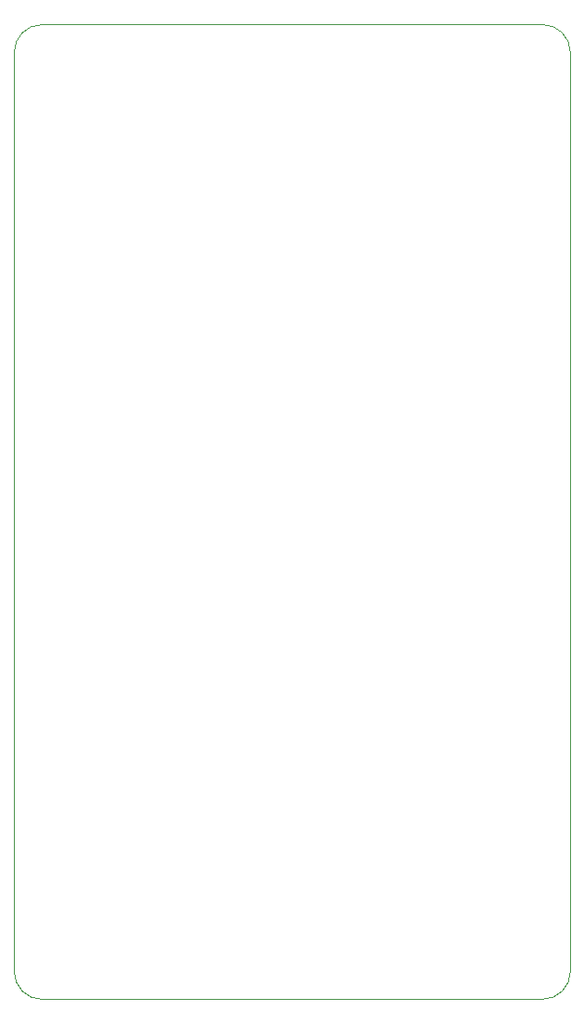
<source format=gbr>
%TF.GenerationSoftware,KiCad,Pcbnew,9.0.4*%
%TF.CreationDate,2025-08-30T15:32:04-04:00*%
%TF.ProjectId,business_card_pcb,62757369-6e65-4737-935f-636172645f70,rev?*%
%TF.SameCoordinates,Original*%
%TF.FileFunction,Profile,NP*%
%FSLAX46Y46*%
G04 Gerber Fmt 4.6, Leading zero omitted, Abs format (unit mm)*
G04 Created by KiCad (PCBNEW 9.0.4) date 2025-08-30 15:32:04*
%MOMM*%
%LPD*%
G01*
G04 APERTURE LIST*
%TA.AperFunction,Profile*%
%ADD10C,0.025400*%
%TD*%
%TA.AperFunction,Profile*%
%ADD11C,0.050000*%
%TD*%
G04 APERTURE END LIST*
D10*
X123101100Y-63093600D02*
G75*
G02*
X125641100Y-60553600I2540000J0D01*
G01*
X173901100Y-146913600D02*
G75*
G02*
X171361100Y-149453600I-2540000J0D01*
G01*
D11*
X171361100Y-60553600D02*
X125641100Y-60553600D01*
D10*
X125641100Y-149453600D02*
G75*
G02*
X123101100Y-146913600I0J2540000D01*
G01*
D11*
X123101100Y-63093600D02*
X123101100Y-146913600D01*
X173901100Y-146913600D02*
X173901100Y-63093600D01*
X125641100Y-149453600D02*
X171361100Y-149453600D01*
D10*
X171361100Y-60553600D02*
G75*
G02*
X173901100Y-63093600I0J-2540000D01*
G01*
M02*

</source>
